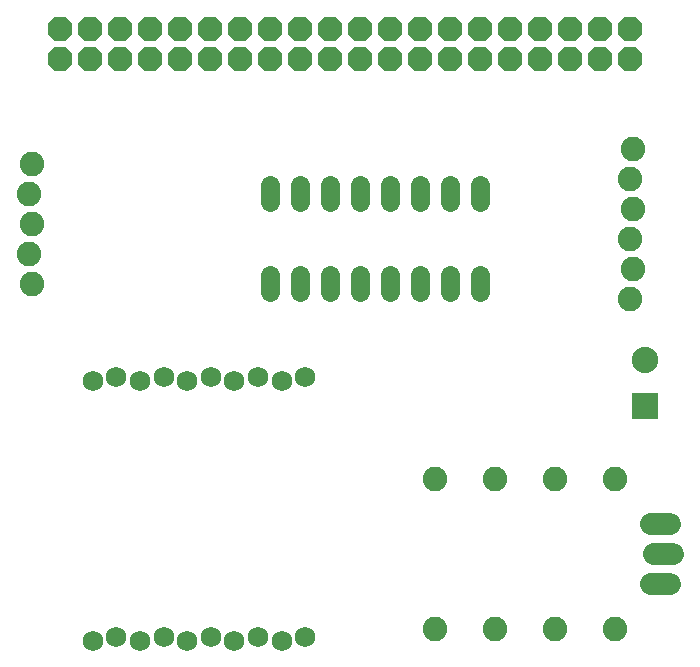
<source format=gbs>
G75*
%MOIN*%
%OFA0B0*%
%FSLAX25Y25*%
%IPPOS*%
%LPD*%
%AMOC8*
5,1,8,0,0,1.08239X$1,22.5*
%
%ADD10C,0.08200*%
%ADD11C,0.06400*%
%ADD12OC8,0.08200*%
%ADD13R,0.08800X0.08800*%
%ADD14C,0.08800*%
%ADD15C,0.07200*%
%ADD16C,0.06800*%
D10*
X0017700Y0132200D03*
X0016700Y0142200D03*
X0017700Y0152200D03*
X0016700Y0162200D03*
X0017700Y0172200D03*
X0152200Y0067200D03*
X0172200Y0067200D03*
X0192200Y0067200D03*
X0212200Y0067200D03*
X0212200Y0017200D03*
X0192200Y0017200D03*
X0172200Y0017200D03*
X0152200Y0017200D03*
X0217200Y0127200D03*
X0218200Y0137200D03*
X0217200Y0147200D03*
X0218200Y0157200D03*
X0217200Y0167200D03*
X0218200Y0177200D03*
D11*
X0167200Y0165000D02*
X0167200Y0159400D01*
X0157200Y0159400D02*
X0157200Y0165000D01*
X0147200Y0165000D02*
X0147200Y0159400D01*
X0137200Y0159400D02*
X0137200Y0165000D01*
X0127200Y0165000D02*
X0127200Y0159400D01*
X0117200Y0159400D02*
X0117200Y0165000D01*
X0107200Y0165000D02*
X0107200Y0159400D01*
X0097200Y0159400D02*
X0097200Y0165000D01*
X0097200Y0135000D02*
X0097200Y0129400D01*
X0107200Y0129400D02*
X0107200Y0135000D01*
X0117200Y0135000D02*
X0117200Y0129400D01*
X0127200Y0129400D02*
X0127200Y0135000D01*
X0137200Y0135000D02*
X0137200Y0129400D01*
X0147200Y0129400D02*
X0147200Y0135000D01*
X0157200Y0135000D02*
X0157200Y0129400D01*
X0167200Y0129400D02*
X0167200Y0135000D01*
D12*
X0167200Y0207200D03*
X0167200Y0217200D03*
X0157200Y0217200D03*
X0157200Y0207200D03*
X0147200Y0207200D03*
X0147200Y0217200D03*
X0137200Y0217200D03*
X0137200Y0207200D03*
X0127200Y0207200D03*
X0127200Y0217200D03*
X0117200Y0217200D03*
X0117200Y0207200D03*
X0107200Y0207200D03*
X0107200Y0217200D03*
X0097200Y0217200D03*
X0097200Y0207200D03*
X0087200Y0207200D03*
X0087200Y0217200D03*
X0077200Y0217200D03*
X0077200Y0207200D03*
X0067200Y0207200D03*
X0067200Y0217200D03*
X0057200Y0217200D03*
X0057200Y0207200D03*
X0047200Y0207200D03*
X0047200Y0217200D03*
X0037200Y0217200D03*
X0037200Y0207200D03*
X0027200Y0207200D03*
X0027200Y0217200D03*
X0177200Y0217200D03*
X0177200Y0207200D03*
X0187200Y0207200D03*
X0187200Y0217200D03*
X0197200Y0217200D03*
X0197200Y0207200D03*
X0207200Y0207200D03*
X0207200Y0217200D03*
X0217200Y0217200D03*
X0217200Y0207200D03*
D13*
X0222200Y0091500D03*
D14*
X0222200Y0106680D03*
D15*
X0224000Y0052200D02*
X0230400Y0052200D01*
X0231400Y0042200D02*
X0225000Y0042200D01*
X0224000Y0032200D02*
X0230400Y0032200D01*
D16*
X0037948Y0013193D03*
X0045822Y0014593D03*
X0053696Y0013193D03*
X0061570Y0014593D03*
X0069444Y0013193D03*
X0077318Y0014593D03*
X0085192Y0013193D03*
X0093066Y0014593D03*
X0100940Y0013193D03*
X0108814Y0014593D03*
X0100940Y0099807D03*
X0093066Y0101207D03*
X0085192Y0099807D03*
X0077318Y0101207D03*
X0069444Y0099807D03*
X0061570Y0101207D03*
X0053696Y0099807D03*
X0045822Y0101207D03*
X0037948Y0099807D03*
X0108814Y0101207D03*
M02*

</source>
